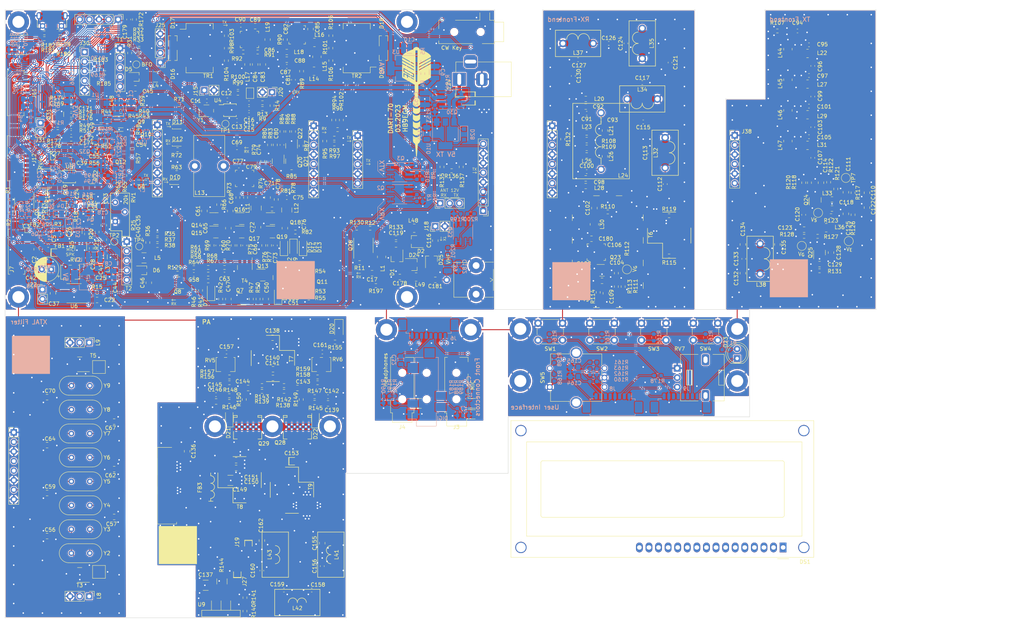
<source format=kicad_pcb>
(kicad_pcb (version 20211014) (generator pcbnew)

  (general
    (thickness 1.6)
  )

  (paper "A4")
  (title_block
    (title "DART-70 TRX")
    (date "2023-03-04")
    (rev "0")
    (company "HB9EGM")
  )

  (layers
    (0 "F.Cu" signal)
    (31 "B.Cu" signal)
    (32 "B.Adhes" user "B.Adhesive")
    (33 "F.Adhes" user "F.Adhesive")
    (34 "B.Paste" user)
    (35 "F.Paste" user)
    (36 "B.SilkS" user "B.Silkscreen")
    (37 "F.SilkS" user "F.Silkscreen")
    (38 "B.Mask" user)
    (39 "F.Mask" user)
    (40 "Dwgs.User" user "User.Drawings")
    (41 "Cmts.User" user "User.Comments")
    (42 "Eco1.User" user "User.Eco1")
    (43 "Eco2.User" user "User.Eco2")
    (44 "Edge.Cuts" user)
    (45 "Margin" user)
    (46 "B.CrtYd" user "B.Courtyard")
    (47 "F.CrtYd" user "F.Courtyard")
    (48 "B.Fab" user)
    (49 "F.Fab" user)
    (50 "User.1" user)
    (51 "User.2" user)
    (52 "User.3" user)
    (53 "User.4" user)
    (54 "User.5" user)
    (55 "User.6" user)
    (56 "User.7" user)
    (57 "User.8" user)
    (58 "User.9" user)
  )

  (setup
    (stackup
      (layer "F.SilkS" (type "Top Silk Screen"))
      (layer "F.Paste" (type "Top Solder Paste"))
      (layer "F.Mask" (type "Top Solder Mask") (thickness 0.01))
      (layer "F.Cu" (type "copper") (thickness 0.035))
      (layer "dielectric 1" (type "core") (thickness 1.51) (material "FR4") (epsilon_r 4.5) (loss_tangent 0.02))
      (layer "B.Cu" (type "copper") (thickness 0.035))
      (layer "B.Mask" (type "Bottom Solder Mask") (thickness 0.01))
      (layer "B.Paste" (type "Bottom Solder Paste"))
      (layer "B.SilkS" (type "Bottom Silk Screen"))
      (copper_finish "None")
      (dielectric_constraints no)
    )
    (pad_to_mask_clearance 0)
    (pcbplotparams
      (layerselection 0x0000130_ffffffff)
      (disableapertmacros false)
      (usegerberextensions false)
      (usegerberattributes true)
      (usegerberadvancedattributes true)
      (creategerberjobfile true)
      (svguseinch false)
      (svgprecision 6)
      (excludeedgelayer true)
      (plotframeref false)
      (viasonmask false)
      (mode 1)
      (useauxorigin false)
      (hpglpennumber 1)
      (hpglpenspeed 20)
      (hpglpendiameter 15.000000)
      (dxfpolygonmode true)
      (dxfimperialunits true)
      (dxfusepcbnewfont true)
      (psnegative false)
      (psa4output false)
      (plotreference true)
      (plotvalue true)
      (plotinvisibletext false)
      (sketchpadsonfab false)
      (subtractmaskfromsilk false)
      (outputformat 5)
      (mirror false)
      (drillshape 0)
      (scaleselection 1)
      (outputdirectory "out")
    )
  )

  (net 0 "")
  (net 1 "+12V")
  (net 2 "GND")
  (net 3 "Net-(C2-Pad1)")
  (net 4 "Net-(C3-Pad1)")
  (net 5 "+9VA")
  (net 6 "/MIC")
  (net 7 "Net-(C6-Pad2)")
  (net 8 "+5VA")
  (net 9 "Net-(C10-Pad1)")
  (net 10 "Net-(C11-Pad1)")
  (net 11 "Net-(C11-Pad2)")
  (net 12 "Net-(C14-Pad1)")
  (net 13 "Net-(C14-Pad2)")
  (net 14 "Net-(C15-Pad1)")
  (net 15 "/BFO")
  (net 16 "Net-(C16-Pad1)")
  (net 17 "Net-(C16-Pad2)")
  (net 18 "Net-(C17-Pad1)")
  (net 19 "/Antenna Switch/TX")
  (net 20 "Net-(C18-Pad1)")
  (net 21 "Net-(C18-Pad2)")
  (net 22 "Net-(C19-Pad1)")
  (net 23 "Net-(C19-Pad2)")
  (net 24 "Net-(C20-Pad1)")
  (net 25 "Net-(C20-Pad2)")
  (net 26 "Net-(C22-Pad1)")
  (net 27 "Net-(C23-Pad1)")
  (net 28 "Net-(C23-Pad2)")
  (net 29 "Net-(C25-Pad1)")
  (net 30 "Net-(C25-Pad2)")
  (net 31 "Net-(C26-Pad1)")
  (net 32 "Net-(C27-Pad1)")
  (net 33 "Net-(C27-Pad2)")
  (net 34 "Net-(C28-Pad1)")
  (net 35 "+VRX")
  (net 36 "Net-(C31-Pad1)")
  (net 37 "Net-(C33-Pad1)")
  (net 38 "/Baseband/VAGC")
  (net 39 "Net-(C37-Pad1)")
  (net 40 "Net-(C39-Pad1)")
  (net 41 "Net-(C39-Pad2)")
  (net 42 "Net-(C40-Pad2)")
  (net 43 "Net-(C41-Pad2)")
  (net 44 "Net-(C42-Pad1)")
  (net 45 "/Baseband/SPKR_OUT")
  (net 46 "Net-(C43-Pad2)")
  (net 47 "Net-(C44-Pad2)")
  (net 48 "Net-(C45-Pad1)")
  (net 49 "Net-(C45-Pad2)")
  (net 50 "Net-(C46-Pad1)")
  (net 51 "Net-(C46-Pad2)")
  (net 52 "Net-(C47-Pad1)")
  (net 53 "Net-(C47-Pad2)")
  (net 54 "Net-(C48-Pad1)")
  (net 55 "Net-(C48-Pad2)")
  (net 56 "Net-(C49-Pad1)")
  (net 57 "Net-(C49-Pad2)")
  (net 58 "Net-(C50-Pad1)")
  (net 59 "Net-(C51-Pad2)")
  (net 60 "Net-(C52-Pad1)")
  (net 61 "Net-(C53-Pad1)")
  (net 62 "Net-(C53-Pad2)")
  (net 63 "Net-(C54-Pad2)")
  (net 64 "Net-(C55-Pad1)")
  (net 65 "Net-(C55-Pad2)")
  (net 66 "Net-(C56-Pad2)")
  (net 67 "Net-(C57-Pad2)")
  (net 68 "Net-(C58-Pad1)")
  (net 69 "Net-(C59-Pad2)")
  (net 70 "Net-(C60-Pad2)")
  (net 71 "Net-(C61-Pad1)")
  (net 72 "Net-(C62-Pad2)")
  (net 73 "Net-(C63-Pad2)")
  (net 74 "Net-(C64-Pad2)")
  (net 75 "Net-(C65-Pad1)")
  (net 76 "Net-(C65-Pad2)")
  (net 77 "Net-(C66-Pad2)")
  (net 78 "Net-(C67-Pad2)")
  (net 79 "Net-(C68-Pad1)")
  (net 80 "Net-(C69-Pad1)")
  (net 81 "Net-(C69-Pad2)")
  (net 82 "Net-(C70-Pad2)")
  (net 83 "Net-(C71-Pad2)")
  (net 84 "Net-(C72-Pad1)")
  (net 85 "Net-(C72-Pad2)")
  (net 86 "Net-(C73-Pad2)")
  (net 87 "Net-(C74-Pad2)")
  (net 88 "Net-(C75-Pad2)")
  (net 89 "Net-(C76-Pad1)")
  (net 90 "Net-(C76-Pad2)")
  (net 91 "Net-(C78-Pad1)")
  (net 92 "Net-(C80-Pad1)")
  (net 93 "Net-(C80-Pad2)")
  (net 94 "Net-(C81-Pad1)")
  (net 95 "Net-(C81-Pad2)")
  (net 96 "Net-(C82-Pad1)")
  (net 97 "Net-(C82-Pad2)")
  (net 98 "Net-(C83-Pad2)")
  (net 99 "Net-(C86-Pad1)")
  (net 100 "Net-(C86-Pad2)")
  (net 101 "Net-(C87-Pad2)")
  (net 102 "Net-(C90-Pad2)")
  (net 103 "/70MHz VHF Frontend/VHF_RX")
  (net 104 "/70MHz VHF Frontend/TX_FROM_MIX")
  (net 105 "Net-(C94-Pad2)")
  (net 106 "Net-(C96-Pad2)")
  (net 107 "Net-(C100-Pad2)")
  (net 108 "Net-(C101-Pad2)")
  (net 109 "Net-(C102-Pad2)")
  (net 110 "Net-(C103-Pad1)")
  (net 111 "Net-(C104-Pad2)")
  (net 112 "Net-(C106-Pad1)")
  (net 113 "Net-(C107-Pad2)")
  (net 114 "Net-(C108-Pad1)")
  (net 115 "Net-(C109-Pad2)")
  (net 116 "/70MHz VHF Frontend/+VTX_FE")
  (net 117 "Net-(C111-Pad2)")
  (net 118 "Net-(C112-Pad1)")
  (net 119 "Net-(C112-Pad2)")
  (net 120 "Net-(C114-Pad2)")
  (net 121 "Net-(C115-Pad2)")
  (net 122 "Net-(C118-Pad2)")
  (net 123 "Net-(C120-Pad1)")
  (net 124 "Net-(C120-Pad2)")
  (net 125 "Net-(C121-Pad1)")
  (net 126 "Net-(C125-Pad2)")
  (net 127 "Net-(C126-Pad1)")
  (net 128 "Net-(C128-Pad1)")
  (net 129 "Net-(C128-Pad2)")
  (net 130 "Net-(C129-Pad1)")
  (net 131 "/70MHz VHF Frontend/RX_TO_MIX")
  (net 132 "/70MHz VHF Frontend/VHF_TX")
  (net 133 "Net-(C136-Pad2)")
  (net 134 "VGG1")
  (net 135 "Net-(C140-Pad1)")
  (net 136 "Net-(C140-Pad2)")
  (net 137 "Net-(C143-Pad1)")
  (net 138 "Net-(C143-Pad2)")
  (net 139 "Net-(C144-Pad1)")
  (net 140 "Net-(C144-Pad2)")
  (net 141 "VGG2")
  (net 142 "+3V3")
  (net 143 "/PA 70MHz/VG_5V")
  (net 144 "Net-(C155-Pad2)")
  (net 145 "Net-(C156-Pad2)")
  (net 146 "Net-(C159-Pad2)")
  (net 147 "/Control on separate board/ENC_B")
  (net 148 "/Control on separate board/ENC_A")
  (net 149 "/Control on separate board/3.3V_UI")
  (net 150 "Net-(C169-Pad1)")
  (net 151 "Net-(C171-Pad1)")
  (net 152 "Net-(C172-Pad1)")
  (net 153 "Net-(C173-Pad2)")
  (net 154 "Net-(C164-Pad2)")
  (net 155 "Net-(C176-Pad1)")
  (net 156 "Net-(C165-Pad1)")
  (net 157 "Net-(C116-Pad1)")
  (net 158 "Net-(D5-Pad1)")
  (net 159 "Net-(D5-Pad2)")
  (net 160 "Net-(D6-Pad1)")
  (net 161 "Net-(D6-Pad2)")
  (net 162 "Net-(D7-Pad2)")
  (net 163 "Net-(D8-Pad2)")
  (net 164 "Net-(C178-Pad1)")
  (net 165 "Net-(D10-Pad1)")
  (net 166 "Net-(D9-Pad2)")
  (net 167 "Net-(D11-Pad1)")
  (net 168 "Net-(D10-Pad2)")
  (net 169 "Net-(D13-Pad2)")
  (net 170 "Net-(D14-Pad2)")
  (net 171 "Net-(D15-Pad2)")
  (net 172 "Net-(D16-Pad1)")
  (net 173 "Net-(D16-Pad2)")
  (net 174 "Net-(D16-Pad3)")
  (net 175 "Net-(D17-Pad3)")
  (net 176 "Net-(D18-Pad1)")
  (net 177 "Net-(D18-Pad2)")
  (net 178 "Net-(D18-Pad3)")
  (net 179 "Net-(D19-Pad3)")
  (net 180 "Net-(D20-Pad2)")
  (net 181 "Net-(D21-Pad2)")
  (net 182 "/Control on separate board/STATUSn")
  (net 183 "Net-(D23-Pad2)")
  (net 184 "unconnected-(DS1-Pad1)")
  (net 185 "unconnected-(DS1-Pad2)")
  (net 186 "unconnected-(DS1-Pad3)")
  (net 187 "unconnected-(DS1-Pad4)")
  (net 188 "unconnected-(DS1-Pad5)")
  (net 189 "unconnected-(DS1-Pad6)")
  (net 190 "unconnected-(DS1-Pad7)")
  (net 191 "unconnected-(DS1-Pad8)")
  (net 192 "unconnected-(DS1-Pad9)")
  (net 193 "unconnected-(DS1-Pad10)")
  (net 194 "unconnected-(DS1-Pad11)")
  (net 195 "unconnected-(DS1-Pad12)")
  (net 196 "unconnected-(DS1-Pad13)")
  (net 197 "unconnected-(DS1-Pad14)")
  (net 198 "unconnected-(DS1-Pad15)")
  (net 199 "unconnected-(DS1-Pad16)")
  (net 200 "Net-(FB1-Pad2)")
  (net 201 "unconnected-(J3-PadNC)")
  (net 202 "Net-(C30-Pad2)")
  (net 203 "unconnected-(J3-PadR1)")
  (net 204 "Net-(J3-PadS)")
  (net 205 "Net-(J3-PadT)")
  (net 206 "unconnected-(J3-PadTN)")
  (net 207 "Net-(J4-PadR)")
  (net 208 "Net-(J4-PadTN)")
  (net 209 "/CW_RING")
  (net 210 "/CW_TIP")
  (net 211 "unconnected-(J5-PadTN)")
  (net 212 "Net-(C30-Pad1)")
  (net 213 "Net-(C32-Pad2)")
  (net 214 "Net-(C32-Pad1)")
  (net 215 "/Baseband/SPKR_DET")
  (net 216 "Net-(J8-Pad3)")
  (net 217 "Net-(J9-Pad2)")
  (net 218 "Net-(J9-Pad3)")
  (net 219 "Net-(J9-Pad4)")
  (net 220 "Net-(J9-Pad5)")
  (net 221 "unconnected-(J9-Pad6)")
  (net 222 "unconnected-(J12-Pad3)")
  (net 223 "/Baseband/GPIO_XTAL")
  (net 224 "/EN_VRX")
  (net 225 "/EN_VTX")
  (net 226 "Net-(D28-Pad1)")
  (net 227 "/Baseband/CW_KEYn")
  (net 228 "/Baseband/CW_TONE")
  (net 229 "/MIC_PTT")
  (net 230 "/Baseband/SPKR_VOL")
  (net 231 "/MUTE_MICn")
  (net 232 "/SDA")
  (net 233 "/SCL")
  (net 234 "/S_METER")
  (net 235 "/Baseband/VHF_IN")
  (net 236 "/Baseband/VHF_OUT")
  (net 237 "/CLK1")
  (net 238 "Net-(J22-Pad2)")
  (net 239 "+VTX")
  (net 240 "Net-(J24-Pad2)")
  (net 241 "unconnected-(J24-Pad4)")
  (net 242 "unconnected-(J24-Pad5)")
  (net 243 "Net-(J24-Pad7)")
  (net 244 "/Control on separate board/DISP_LAT")
  (net 245 "/Control on separate board/I2C2_SDA")
  (net 246 "/Control on separate board/I2C2_SCL")
  (net 247 "/Control on separate board/PC14")
  (net 248 "/Control on separate board/PC13")
  (net 249 "Net-(C93-Pad1)")
  (net 250 "/Control on separate board/USART1_TX")
  (net 251 "/Control on separate board/USART1_RX")
  (net 252 "/Control on separate board/PB15")
  (net 253 "unconnected-(J34-Pad1)")
  (net 254 "/Control on separate board/USB_DM")
  (net 255 "/Control on separate board/USB_DP")
  (net 256 "Net-(J34-Pad4)")
  (net 257 "/Control on separate board/SWCLK")
  (net 258 "/Control on separate board/SWDIO")
  (net 259 "/Control on separate board/RESETn")
  (net 260 "/LO1")
  (net 261 "Net-(L14-Pad1)")
  (net 262 "Net-(L15-Pad1)")
  (net 263 "Net-(L19-Pad1)")
  (net 264 "Net-(L21-Pad2)")
  (net 265 "Net-(L23-Pad2)")
  (net 266 "Net-(L25-Pad2)")
  (net 267 "Net-(Q1-Pad2)")
  (net 268 "Net-(Q2-Pad4)")
  (net 269 "Net-(Q3-Pad4)")
  (net 270 "Net-(Q6-Pad1)")
  (net 271 "Net-(Q7-Pad1)")
  (net 272 "Net-(Q10-Pad1)")
  (net 273 "Net-(Q10-Pad2)")
  (net 274 "Net-(Q11-Pad1)")
  (net 275 "Net-(Q11-Pad3)")
  (net 276 "Net-(Q13-Pad1)")
  (net 277 "Net-(Q14-Pad2)")
  (net 278 "Net-(Q14-Pad3)")
  (net 279 "Net-(Q16-Pad2)")
  (net 280 "Net-(Q18-Pad2)")
  (net 281 "Net-(Q20-Pad1)")
  (net 282 "Net-(Q21-Pad1)")
  (net 283 "Net-(Q23-Pad1)")
  (net 284 "Net-(Q24-Pad4)")
  (net 285 "/70MHz VHF Frontend/+VRX_FE")
  (net 286 "Net-(Q30-Pad4)")
  (net 287 "Net-(R22-Pad2)")
  (net 288 "Net-(R23-Pad2)")
  (net 289 "Net-(R28-Pad2)")
  (net 290 "Net-(R31-Pad1)")
  (net 291 "Net-(R31-Pad2)")
  (net 292 "Net-(R35-Pad1)")
  (net 293 "Net-(R36-Pad1)")
  (net 294 "Net-(R93-Pad1)")
  (net 295 "Net-(R103-Pad2)")
  (net 296 "Net-(R104-Pad2)")
  (net 297 "Net-(R100-Pad1)")
  (net 298 "Net-(R101-Pad1)")
  (net 299 "Net-(R111-Pad2)")
  (net 300 "Net-(R140-Pad1)")
  (net 301 "Net-(J27-Pad1)")
  (net 302 "Net-(R157-Pad1)")
  (net 303 "Net-(R159-Pad1)")
  (net 304 "Net-(R160-Pad1)")
  (net 305 "Net-(R161-Pad2)")
  (net 306 "/Control on separate board/BTN0")
  (net 307 "/Control on separate board/BTN1")
  (net 308 "/Control on separate board/BTN2")
  (net 309 "/Control on separate board/BTN3")
  (net 310 "Net-(R168-Pad1)")
  (net 311 "/Control on separate board/ENC_BTN")
  (net 312 "/Control on separate board/XTAL1")
  (net 313 "/Control on separate board/XTAL2")
  (net 314 "/Control on separate board/PWM_CW")
  (net 315 "/Control on separate board/MUTE_SPKR")
  (net 316 "Net-(R178-Pad2)")
  (net 317 "Net-(R179-Pad2)")
  (net 318 "Net-(R180-Pad2)")
  (net 319 "/Control on separate board/BOOT0")
  (net 320 "/Control on separate board/BOOT1")
  (net 321 "unconnected-(T3-Pad2)")
  (net 322 "unconnected-(T5-Pad2)")
  (net 323 "unconnected-(TR1-Pad10)")
  (net 324 "unconnected-(TR1-Pad15)")
  (net 325 "unconnected-(TR2-Pad10)")
  (net 326 "unconnected-(TR2-Pad15)")
  (net 327 "Net-(U4-Pad3)")
  (net 328 "Net-(D23-Pad1)")
  (net 329 "Net-(D22-Pad2)")
  (net 330 "unconnected-(T4-Pad2)")
  (net 331 "/Antenna Switch/RX")
  (net 332 "Net-(C38-Pad1)")
  (net 333 "Net-(L22-Pad2)")
  (net 334 "Net-(L27-Pad2)")
  (net 335 "Net-(L29-Pad2)")
  (net 336 "Net-(L31-Pad2)")
  (net 337 "unconnected-(U11-Pad1)")
  (net 338 "Net-(C119-Pad1)")
  (net 339 "/Antenna Switch/ANT")
  (net 340 "/Antenna Switch/V_{PIN}")
  (net 341 "Net-(Q26-Pad5)")
  (net 342 "Net-(Q26-Pad7)")
  (net 343 "/TX_to_PA")
  (net 344 "/Baseband/AGC_to_METER")
  (net 345 "Net-(C136-Pad1)")
  (net 346 "/PA 70MHz/V_{DD}")
  (net 347 "Net-(C154-Pad1)")
  (net 348 "Net-(C137-Pad1)")
  (net 349 "Net-(C181-Pad2)")
  (net 350 "Net-(FB3-Pad1)")
  (net 351 "Net-(J16-Pad5)")
  (net 352 "Net-(C162-Pad2)")
  (net 353 "Net-(J8-Pad2)")
  (net 354 "Net-(J8-Pad5)")
  (net 355 "Net-(Q1-Pad4)")
  (net 356 "Net-(C148-Pad2)")
  (net 357 "Net-(Q28-Pad1)")
  (net 358 "Net-(Q29-Pad1)")
  (net 359 "Net-(C147-Pad2)")
  (net 360 "Net-(C163-Pad1)")
  (net 361 "Net-(C163-Pad2)")
  (net 362 "Net-(C177-Pad2)")
  (net 363 "Net-(J7-Pad4)")
  (net 364 "unconnected-(J28-PadNC)")
  (net 365 "Net-(J28-PadR1)")
  (net 366 "Net-(J28-PadR2)")
  (net 367 "unconnected-(J28-PadTN)")
  (net 368 "Net-(Q27-Pad1)")
  (net 369 "Net-(Q32-Pad1)")
  (net 370 "Net-(C182-Pad2)")
  (net 371 "/VOX_PTTn")
  (net 372 "Net-(D11-Pad2)")
  (net 373 "/EN_PA")
  (net 374 "Net-(JP2-Pad2)")
  (net 375 "Net-(Q33-Pad4)")
  (net 376 "Net-(Q33-Pad5)")

  (footprint "Capacitor_SMD:C_0603_1608Metric_Pad1.08x0.95mm_HandSolder" (layer "F.Cu") (at 30.48 52.832 180))

  (footprint "Resistor_SMD:R_0603_1608Metric_Pad0.98x0.95mm_HandSolder" (layer "F.Cu") (at 224.663 66.167 -90))

  (footprint "Crystal:Crystal_HC49-U_Vertical" (layer "F.Cu") (at 30.531 145.41))

  (footprint "Resistor_SMD:R_0603_1608Metric_Pad0.98x0.95mm_HandSolder" (layer "F.Cu") (at 72.42 119.228))

  (footprint "Resistor_SMD:R_0603_1608Metric_Pad0.98x0.95mm_HandSolder" (layer "F.Cu") (at 89.916 79.248))

  (footprint "Package_SO:MSOP-10_3x3mm_P0.5mm" (layer "F.Cu") (at 29.972 64.516))

  (footprint "mpb:four_4mm_pads_narrow" (layer "F.Cu") (at 83.85 112.624 -90))

  (footprint "Potentiometer_SMD:Potentiometer_Bourns_3214W_Vertical" (layer "F.Cu") (at 23.368 65.024 -90))

  (footprint "Potentiometer_SMD:Potentiometer_Bourns_3214W_Vertical" (layer "F.Cu") (at 26.67 72.898 180))

  (footprint "Resistor_SMD:R_0603_1608Metric_Pad0.98x0.95mm_HandSolder" (layer "F.Cu") (at 237.744 74.676 90))

  (footprint "Capacitor_SMD:C_0603_1608Metric_Pad1.08x0.95mm_HandSolder" (layer "F.Cu") (at 183.896 58.42 -90))

  (footprint "Resistor_SMD:R_0603_1608Metric_Pad0.98x0.95mm_HandSolder" (layer "F.Cu") (at 59.0785 45.466))

  (footprint "Capacitor_SMD:C_0603_1608Metric_Pad1.08x0.95mm_HandSolder" (layer "F.Cu") (at 42.672 44.45 90))

  (footprint "Resistor_SMD:R_0603_1608Metric_Pad0.98x0.95mm_HandSolder" (layer "F.Cu") (at 228.346 80.391 180))

  (footprint "Capacitor_SMD:C_0805_2012Metric_Pad1.18x1.45mm_HandSolder" (layer "F.Cu") (at 83.977 115.672))

  (footprint "Capacitor_SMD:C_0805_2012Metric_Pad1.18x1.45mm_HandSolder" (layer "F.Cu") (at 83.9555 117.958))

  (footprint "Diode_SMD:D_SOD-123F" (layer "F.Cu") (at 86.868 83.312 90))

  (footprint "Resistor_SMD:R_0603_1608Metric_Pad0.98x0.95mm_HandSolder" (layer "F.Cu") (at 48.514 32.507 180))

  (footprint "mpb:PLD-1.5W" (layer "F.Cu") (at 77.246 130.912))

  (footprint "Capacitor_SMD:C_0805_2012Metric_Pad1.18x1.45mm_HandSolder" (layer "F.Cu") (at 61.214 137.414 -90))

  (footprint "Capacitor_SMD:C_0805_2012Metric_Pad1.18x1.45mm_HandSolder" (layer "F.Cu") (at 208.534 82.55 -90))

  (footprint "Connector_BarrelJack:BarrelJack_Horizontal" (layer "F.Cu") (at 133.35 38.735 180))

  (footprint "Inductor_SMD:L_1008_2520Metric_Pad1.43x2.20mm_HandSolder" (layer "F.Cu") (at 220.472 30.734 90))

  (footprint "Package_TO_SOT_SMD:SOT-23" (layer "F.Cu") (at 58.674 92.71 180))

  (footprint "MountingHole:MountingHole_3.2mm_M3_DIN965_Pad" (layer "F.Cu") (at 149.536 104.956))

  (footprint "Resistor_SMD:R_0603_1608Metric_Pad0.98x0.95mm_HandSolder" (layer "F.Cu") (at 46.6575 52.07 90))

  (footprint "TestPoint:TestPoint_Pad_3.0x3.0mm" (layer "F.Cu") (at 37.846 169.418))

  (footprint "Capacitor_SMD:C_0805_2012Metric_Pad1.18x1.45mm_HandSolder" (layer "F.Cu") (at 168.402 81.026 180))

  (footprint "Inductor_SMD:L_1008_2520Metric_Pad1.43x2.20mm_HandSolder" (layer "F.Cu") (at 94.957 28.956))

  (footprint "Connector_PinHeader_1.27mm:PinHeader_2x04_P1.27mm_Vertical_SMD" (layer "F.Cu") (at 17.272 29.591))

  (footprint "Capacitor_SMD:C_0805_2012Metric_Pad1.18x1.45mm_HandSolder" (layer "F.Cu") (at 97.028 161.798 90))

  (footprint "Capacitor_SMD:C_0603_1608Metric_Pad1.08x0.95mm_HandSolder" (layer "F.Cu") (at 40.8155 51.562 90))

  (footprint "mpb:two_4mm_pads" (layer "F.Cu") (at 135.89 43.815 -90))

  (footprint "Inductor_SMD:L_1008_2520Metric_Pad1.43x2.20mm_HandSolder" (layer "F.Cu") (at 220.472 55.118 90))

  (footprint "Connector_PinHeader_2.54mm:PinHeader_1x03_P2.54mm_Vertical" (layer "F.Cu") (at 128.285 71.628 90))

  (footprint "Capacitor_SMD:C_0805_2012Metric_Pad1.18x1.45mm_HandSolder" (layer "F.Cu") (at 82.042 97.028 -90))

  (footprint "Capacitor_SMD:C_0603_1608Metric_Pad1.08x0.95mm_HandSolder" (layer "F.Cu") (at 89.408 38.862 90))

  (footprint "Resistor_SMD:R_0603_1608Metric_Pad0.98x0.95mm_HandSolder" (layer "F.Cu") (at 39.7995 48.768))

  (footprint "Inductor_SMD:L_0805_2012Metric_Pad1.15x1.40mm_HandSolder" (layer "F.Cu") (at 167.132 52.832 180))

  (footprint "TestPoint:TestPoint_Pad_D2.0mm" (layer "F.Cu") (at 236.601 81.661 -90))

  (footprint "Resistor_SMD:R_0603_1608Metric_Pad0.98x0.95mm_HandSolder" (layer "F.Cu") (at 72.39 124.206 180))

  (footprint "Package_TO_SOT_SMD:SOT-323_SC-70_Handsoldering" (layer "F.Cu") (at 57.404 27.9185 90))

  (footprint "Resistor_SMD:R_0603_1608Metric_Pad0.98x0.95mm_HandSolder" (layer "F.Cu") (at 76.543 179.822 -90))

  (footprint "Resistor_SMD:R_0603_1608Metric_Pad0.98x0.95mm_HandSolder" (layer "F.Cu") (at 74.676 70.104 -90))

  (footprint "Capacitor_SMD:C_0603_1608Metric_Pad1.08x0.95mm_HandSolder" (layer "F.Cu") (at 76.454 82.804 90))

  (footprint "Potentiometer_SMD:Potentiometer_Bourns_3214W_Vertical" (layer "F.Cu") (at 96.804 114.402))

  (footprint "Capacitor_SMD:C_0805_2012Metric_Pad1.18x1.45mm_HandSolder" (layer "F.Cu") (at 241.427 68.834 90))

  (footprint "Capacitor_SMD:C_0805_2012Metric_Pad1.18x1.45mm_HandSolder" (layer "F.Cu") (at 41.871 129.535 180))

  (footprint "Capacitor_SMD:C_0805_2012Metric_Pad1.18x1.45mm_HandSolder" (layer "F.Cu") (at 79.248 34.798 -90))

  (footprint "Crystal:Crystal_HC49-U_Vertical" (layer "F.Cu") (at 35.431 120.01 180))

  (footprint "Jumper:SolderJumper-2_P1.3mm_Open_TrianglePad1.0x1.5mm" (layer "F.Cu") (at 77.8775 42.418 90))

  (footprint "Capacitor_SMD:C_0805_2012Metric_Pad1.18x1.45mm_HandSolder" (layer "F.Cu") (at 232.156 73.025 180))

  (footprint "Resistor_SMD:R_0603_1608Metric_Pad0.98x0.95mm_HandSolder" (layer "F.Cu") (at 89.408 52.578 -90))

  (footprint "Resistor_SMD:R_0603_1608Metric_Pad0.98x0.95mm_HandSolder" (layer "F.Cu") (at 228.854 89.535 180))

  (footprint "Resistor_SMD:R_0603_1608Metric_Pad0.98x0.95mm_HandSolder" (layer "F.Cu")
    (tedit 5F68FEEE) (tstamp 1b11724c-e795-46be-8f08-84285fbaeeae)
    (at 231.902 74.93)
    (descr "Resistor SMD 0603 (1608 Metric), square (rectangular) end terminal, IPC_7351 nominal with elongated pad for handsoldering. (Body size source: IPC-SM-782 page 72, https://www.pcb-3d.com/wordpress/wp-content/uploads/ipc-sm-782a_amendment_1_and_2.pdf), generated with kicad-footprint-generator")
    (tags "resistor handsolder")
    (property "Need_order" "0")
    (property "Sheetfile" "frontend_70.kicad_sch")
    (property "Sheetname" "70MHz VHF Frontend")
    (path "/8cbb5345-c7a6-41b7-8a2a-794c3d5f0f34/9ae17a59-a825-4a90-8ac6-d6578aacb864")
    (attr smd)
    (fp_text reference "R123" (at 0 1.27) (layer "F.SilkS")
      (effects (font (size 1 1) (thickness 0.15)))
      (tstamp 04f56505-7f3c-42cb-aadf-30440abbcd29)
    )
    (fp_text value "39" (at 0 1.43) (layer "F.Fab")
      (effects (font (size 1 1) (thickness 0.15)))
      (tstamp 61afdb91-dcc1-459a-b9d5-7963143ba29f)
    )
    (fp_text user "${REFERENCE}" (at 0 0) (layer "F.Fab")
      (effects (font (size 0.4 0.4) (thickness 0.06)))
      (tstamp d449c136-fda7-4179-b73a-17a813f7ad07)
    )
    (fp_line (start -0.254724 -0.5225) (end 0.254724 -0.5225) (layer "F.SilkS") (width 0.12) (tstamp 1772f929-d705-481c-99d4-f19b04f92dcb))
    (fp_line (start -0.254724 0.5225) (end 0.254724 0.5225) (layer "F.SilkS") (width 0.12) (tstamp 608ace46-c406-4a33-adb6-9170f287db62))
    (fp_line (start 1.65 0.73) (end -1.65 0.73) (layer "F.CrtYd") (width 0.05) (tstamp 405094a6-76d2-4323-93bf-6ac930594402))
    (fp_line (start -1.65 0.73) (end -1.65 -0.73) (layer "F.CrtYd") (width 0.05) (tstamp 8d7fc676-9775-4408-af2d-d7038b4f3b83))
    (fp_line (start -1.65 -0.73) (end 1.65 -0.73) (layer "F.CrtYd") (width 0.05) (tstamp cad0cf68-1e1f-40a3-9c20-cd3b44df7037))
    (fp_line (start 1.65 -0.73) (end 1.65 0.73) (layer "F.CrtYd") (width 0.05) (tstamp fd768076-a0c8-4839-b835-a8be05d2114e))
    (fp_line (start -0.8 -0.4125) (end 0.8 -0.4125) (layer "F.Fab") (width 0.1) (tstamp 495ed5b6-2d76-433b-92f8-4590e9a3ad74))
    (fp_line (start -0.8 0.4125) (end -0.8 -0.4125) (layer "F.Fab") (width 0.1) (tstamp 791d03fd-3be1-4e99-a580-c4d1248e83c0))
    (fp_line (start 0.8 -0.4125) (end 0.8 0.4125) (layer "F.Fab") (width 0.1) (tstamp 92a4169f-3460-414c-8f72-7127daf34136))
    (fp_line (start 0.8 0.4125) (end -0.8 0.4125) (layer "F.Fab") (width 0.1) (tstamp c1b427de-7e20-47bc-ad61-81959d9ab9b2))
    (pad "1" smd roundrect (at -0.9125 0) (size 0.975 0.95) (layers "F.Cu" "F.Paste" "F.Mask") (roundrect_rratio 0.25)
      (net 122 "Net-(C118-Pad2)") (pintype "passive") (tstamp ab4711be-46c0-48e1-b1c9-7a1722b52a56))
    (pad "2" smd roundrect (at 0.9125 0) (size 0.975 0.95) (layers "F.Cu" "F.Paste" "F.Mask") (roundrect_rratio 0.25)
      (net 2 "GND") (pintype "passive") (tstamp ebc07f3a-8e01-4ef5-843c-443b9fefbe61))
    (model "${KICAD6_3DMODEL_DIR}/Resist
... [6738569 chars truncated]
</source>
